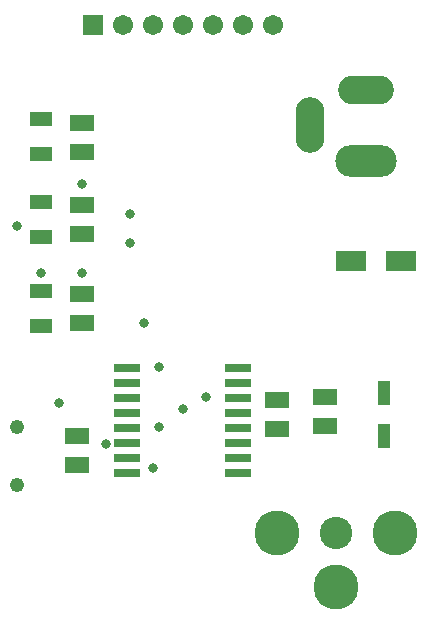
<source format=gbr>
G04*
G04 #@! TF.GenerationSoftware,Altium Limited,Altium Designer,22.4.2 (48)*
G04*
G04 Layer_Color=8388736*
%FSLAX25Y25*%
%MOIN*%
G70*
G04*
G04 #@! TF.SameCoordinates,2A41B901-7CA2-4390-9F02-5F8C8343CA34*
G04*
G04*
G04 #@! TF.FilePolarity,Negative*
G04*
G01*
G75*
%ADD21R,0.07965X0.05367*%
%ADD22R,0.07611X0.04619*%
%ADD23R,0.09973X0.06942*%
%ADD24R,0.08600X0.03000*%
%ADD25R,0.04343X0.08083*%
%ADD26C,0.04855*%
%ADD27C,0.10839*%
%ADD28C,0.15036*%
%ADD29O,0.20485X0.10642*%
%ADD30O,0.18517X0.09658*%
%ADD31O,0.09658X0.18517*%
%ADD32C,0.06737*%
%ADD33R,0.06737X0.06737*%
%ADD34C,0.03162*%
D21*
X39370Y87519D02*
D03*
Y77836D02*
D03*
X41339Y191850D02*
D03*
Y182166D02*
D03*
Y164290D02*
D03*
Y154607D02*
D03*
Y134763D02*
D03*
Y125080D02*
D03*
X106299Y99330D02*
D03*
Y89647D02*
D03*
X122047Y100394D02*
D03*
Y90711D02*
D03*
D22*
X27559Y181260D02*
D03*
Y192913D02*
D03*
X27559Y153622D02*
D03*
Y165276D02*
D03*
Y124094D02*
D03*
Y135748D02*
D03*
D23*
X130787Y145669D02*
D03*
X147638D02*
D03*
D24*
X93303Y110020D02*
D03*
Y105020D02*
D03*
Y100020D02*
D03*
Y95020D02*
D03*
Y90020D02*
D03*
Y85020D02*
D03*
Y80020D02*
D03*
Y75020D02*
D03*
X56303D02*
D03*
Y80020D02*
D03*
Y85020D02*
D03*
Y90020D02*
D03*
Y95020D02*
D03*
Y100020D02*
D03*
Y105020D02*
D03*
Y110020D02*
D03*
D25*
X141732Y101575D02*
D03*
Y87402D02*
D03*
D26*
X19685Y71102D02*
D03*
Y90315D02*
D03*
D27*
X125984Y54921D02*
D03*
D28*
X106299D02*
D03*
X145669D02*
D03*
X125984Y37205D02*
D03*
D29*
X135827Y179134D02*
D03*
D30*
Y202756D02*
D03*
D31*
X117323Y190945D02*
D03*
D32*
X104803Y224410D02*
D03*
X84803D02*
D03*
X74803D02*
D03*
X64803D02*
D03*
X54803D02*
D03*
X94803D02*
D03*
D33*
X44803D02*
D03*
D34*
X41339Y141732D02*
D03*
X57087Y151575D02*
D03*
X19685Y157480D02*
D03*
X57087Y161417D02*
D03*
X41339Y171260D02*
D03*
X66929Y110236D02*
D03*
X82677Y100394D02*
D03*
X33465Y98425D02*
D03*
X74803Y96457D02*
D03*
X66929Y90551D02*
D03*
X49213Y84646D02*
D03*
X61928Y125080D02*
D03*
X27559Y141732D02*
D03*
X64961Y76772D02*
D03*
M02*

</source>
